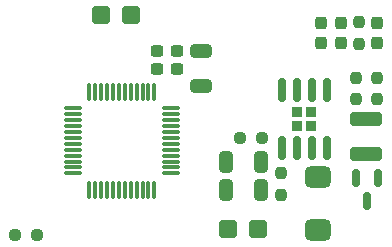
<source format=gbr>
%TF.GenerationSoftware,KiCad,Pcbnew,(7.0.0)*%
%TF.CreationDate,2023-07-18T11:01:11+08:00*%
%TF.ProjectId,Board_Car_V0_3,426f6172-645f-4436-9172-5f56305f332e,rev?*%
%TF.SameCoordinates,Original*%
%TF.FileFunction,Paste,Top*%
%TF.FilePolarity,Positive*%
%FSLAX46Y46*%
G04 Gerber Fmt 4.6, Leading zero omitted, Abs format (unit mm)*
G04 Created by KiCad (PCBNEW (7.0.0)) date 2023-07-18 11:01:11*
%MOMM*%
%LPD*%
G01*
G04 APERTURE LIST*
G04 Aperture macros list*
%AMRoundRect*
0 Rectangle with rounded corners*
0 $1 Rounding radius*
0 $2 $3 $4 $5 $6 $7 $8 $9 X,Y pos of 4 corners*
0 Add a 4 corners polygon primitive as box body*
4,1,4,$2,$3,$4,$5,$6,$7,$8,$9,$2,$3,0*
0 Add four circle primitives for the rounded corners*
1,1,$1+$1,$2,$3*
1,1,$1+$1,$4,$5*
1,1,$1+$1,$6,$7*
1,1,$1+$1,$8,$9*
0 Add four rect primitives between the rounded corners*
20,1,$1+$1,$2,$3,$4,$5,0*
20,1,$1+$1,$4,$5,$6,$7,0*
20,1,$1+$1,$6,$7,$8,$9,0*
20,1,$1+$1,$8,$9,$2,$3,0*%
G04 Aperture macros list end*
%ADD10RoundRect,0.075000X0.662500X0.075000X-0.662500X0.075000X-0.662500X-0.075000X0.662500X-0.075000X0*%
%ADD11RoundRect,0.075000X0.075000X0.662500X-0.075000X0.662500X-0.075000X-0.662500X0.075000X-0.662500X0*%
%ADD12RoundRect,0.232500X-0.232500X0.232500X-0.232500X-0.232500X0.232500X-0.232500X0.232500X0.232500X0*%
%ADD13RoundRect,0.150000X-0.150000X0.825000X-0.150000X-0.825000X0.150000X-0.825000X0.150000X0.825000X0*%
%ADD14RoundRect,0.237500X0.250000X0.237500X-0.250000X0.237500X-0.250000X-0.237500X0.250000X-0.237500X0*%
%ADD15RoundRect,0.237500X0.237500X-0.250000X0.237500X0.250000X-0.237500X0.250000X-0.237500X-0.250000X0*%
%ADD16RoundRect,0.237500X-0.237500X0.250000X-0.237500X-0.250000X0.237500X-0.250000X0.237500X0.250000X0*%
%ADD17RoundRect,0.237500X-0.250000X-0.237500X0.250000X-0.237500X0.250000X0.237500X-0.250000X0.237500X0*%
%ADD18RoundRect,0.450000X-0.650000X0.450000X-0.650000X-0.450000X0.650000X-0.450000X0.650000X0.450000X0*%
%ADD19RoundRect,0.400000X-0.400000X-0.400000X0.400000X-0.400000X0.400000X0.400000X-0.400000X0.400000X0*%
%ADD20RoundRect,0.237500X-0.237500X0.287500X-0.237500X-0.287500X0.237500X-0.287500X0.237500X0.287500X0*%
%ADD21RoundRect,0.150000X-0.150000X0.587500X-0.150000X-0.587500X0.150000X-0.587500X0.150000X0.587500X0*%
%ADD22RoundRect,0.250000X0.325000X0.650000X-0.325000X0.650000X-0.325000X-0.650000X0.325000X-0.650000X0*%
%ADD23RoundRect,0.237500X-0.300000X-0.237500X0.300000X-0.237500X0.300000X0.237500X-0.300000X0.237500X0*%
%ADD24RoundRect,0.250000X-0.650000X0.325000X-0.650000X-0.325000X0.650000X-0.325000X0.650000X0.325000X0*%
%ADD25RoundRect,0.237500X-0.237500X0.300000X-0.237500X-0.300000X0.237500X-0.300000X0.237500X0.300000X0*%
%ADD26RoundRect,0.237500X0.237500X-0.300000X0.237500X0.300000X-0.237500X0.300000X-0.237500X-0.300000X0*%
%ADD27RoundRect,0.250000X1.100000X-0.325000X1.100000X0.325000X-1.100000X0.325000X-1.100000X-0.325000X0*%
G04 APERTURE END LIST*
D10*
%TO.C,U5*%
X58518500Y-110827000D03*
X58518500Y-110327000D03*
X58518500Y-109827000D03*
X58518500Y-109327000D03*
X58518500Y-108827000D03*
X58518500Y-108327000D03*
X58518500Y-107827000D03*
X58518500Y-107327000D03*
X58518500Y-106827000D03*
X58518500Y-106327000D03*
X58518500Y-105827000D03*
X58518500Y-105327000D03*
D11*
X57106000Y-103914500D03*
X56606000Y-103914500D03*
X56106000Y-103914500D03*
X55606000Y-103914500D03*
X55106000Y-103914500D03*
X54606000Y-103914500D03*
X54106000Y-103914500D03*
X53606000Y-103914500D03*
X53106000Y-103914500D03*
X52606000Y-103914500D03*
X52106000Y-103914500D03*
X51606000Y-103914500D03*
D10*
X50193500Y-105327000D03*
X50193500Y-105827000D03*
X50193500Y-106327000D03*
X50193500Y-106827000D03*
X50193500Y-107327000D03*
X50193500Y-107827000D03*
X50193500Y-108327000D03*
X50193500Y-108827000D03*
X50193500Y-109327000D03*
X50193500Y-109827000D03*
X50193500Y-110327000D03*
X50193500Y-110827000D03*
D11*
X51606000Y-112239500D03*
X52106000Y-112239500D03*
X52606000Y-112239500D03*
X53106000Y-112239500D03*
X53606000Y-112239500D03*
X54106000Y-112239500D03*
X54606000Y-112239500D03*
X55106000Y-112239500D03*
X55606000Y-112239500D03*
X56106000Y-112239500D03*
X56606000Y-112239500D03*
X57106000Y-112239500D03*
%TD*%
D12*
%TO.C,U3*%
X69215000Y-105657000D03*
X69215000Y-106807000D03*
X70365000Y-105657000D03*
X70365000Y-106807000D03*
D13*
X71695000Y-103757000D03*
X70425000Y-103757000D03*
X69155000Y-103757000D03*
X67885000Y-103757000D03*
X67885000Y-108707000D03*
X69155000Y-108707000D03*
X70425000Y-108707000D03*
X71695000Y-108707000D03*
%TD*%
D14*
%TO.C,R13*%
X66190500Y-107823000D03*
X64365500Y-107823000D03*
%TD*%
D15*
%TO.C,R12*%
X67818000Y-112649000D03*
X67818000Y-110824000D03*
%TD*%
D16*
%TO.C,R11*%
X74422000Y-98020500D03*
X74422000Y-99845500D03*
%TD*%
%TO.C,R3*%
X75946000Y-102719500D03*
X75946000Y-104544500D03*
%TD*%
%TO.C,R2*%
X74168000Y-102719500D03*
X74168000Y-104544500D03*
%TD*%
D17*
%TO.C,R1*%
X45315500Y-116078000D03*
X47140500Y-116078000D03*
%TD*%
D18*
%TO.C,L1*%
X70993000Y-111161000D03*
X70993000Y-115661000D03*
%TD*%
D19*
%TO.C,J2*%
X52578000Y-97409000D03*
X55118000Y-97409000D03*
%TD*%
D20*
%TO.C,D3*%
X71247000Y-98058000D03*
X71247000Y-99808000D03*
%TD*%
D21*
%TO.C,D1*%
X76073000Y-111252000D03*
X74173000Y-111252000D03*
X75123000Y-113127000D03*
%TD*%
D22*
%TO.C,C17*%
X66118000Y-109855000D03*
X63168000Y-109855000D03*
%TD*%
D23*
%TO.C,C14*%
X57303500Y-100457000D03*
X59028500Y-100457000D03*
%TD*%
D24*
%TO.C,C13*%
X61087000Y-100506000D03*
X61087000Y-103456000D03*
%TD*%
D23*
%TO.C,C12*%
X57303500Y-101981000D03*
X59028500Y-101981000D03*
%TD*%
D22*
%TO.C,C11*%
X66118000Y-112268000D03*
X63168000Y-112268000D03*
%TD*%
D25*
%TO.C,C7*%
X75946000Y-98070500D03*
X75946000Y-99795500D03*
%TD*%
D26*
%TO.C,C2*%
X72898000Y-99795500D03*
X72898000Y-98070500D03*
%TD*%
D27*
%TO.C,C1*%
X75057000Y-109171000D03*
X75057000Y-106221000D03*
%TD*%
D19*
%TO.C,BT2*%
X63373000Y-115570000D03*
X65913000Y-115570000D03*
%TD*%
M02*

</source>
